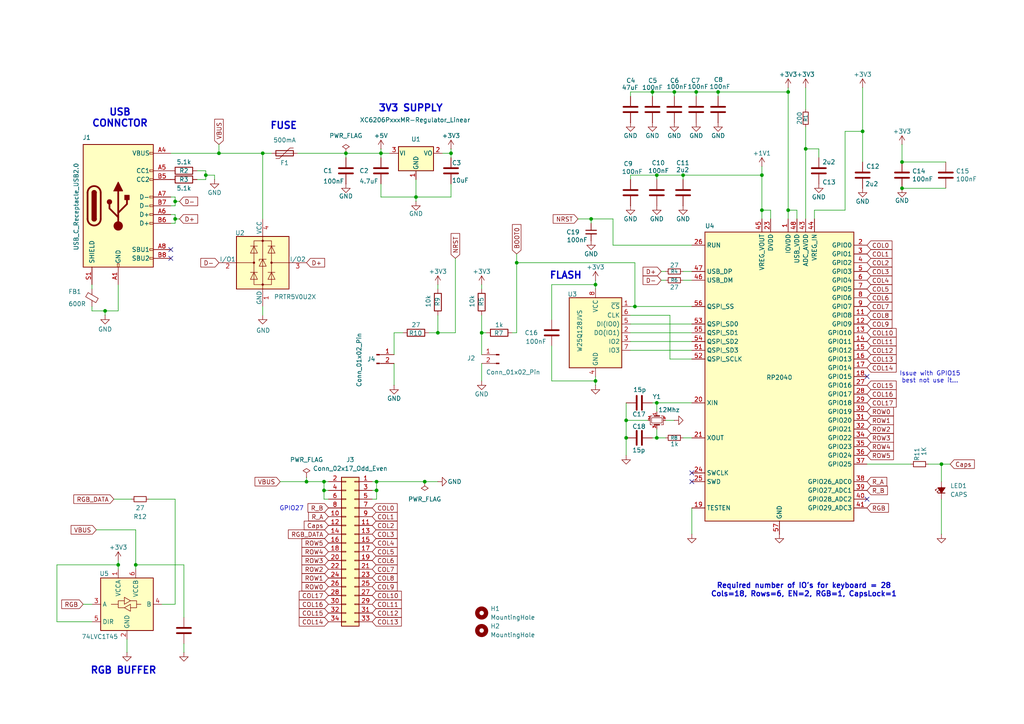
<source format=kicad_sch>
(kicad_sch (version 20231120) (generator "eeschema") (generator_version "8.0")
  (paper "A4")
  (title_block (title "RP2040 Module 34 Board Rev 2.0c") (date "2025-02-20") (rev "2.0") (company "Michael O'Toole"))
  (junction (at 172.72 82.55))
  (junction (at 39.37 163.83))
  (junction (at 273.05 134.62))
  (junction (at 50.8 63.5))
  (junction (at 109.22 139.7))
  (junction (at 228.6 60.96))
  (junction (at 110.49 44.45))
  (junction (at 261.62 54.61))
  (junction (at 172.72 110.49))
  (junction (at 181.61 121.92))
  (junction (at 171.45 63.5))
  (junction (at 190.5 50.8))
  (junction (at 109.22 142.24))
  (junction (at 149.86 76.2))
  (junction (at 130.81 44.45))
  (junction (at 127 96.52))
  (junction (at 195.58 26.67))
  (junction (at 250.19 38.1))
  (junction (at 30.48 90.17))
  (junction (at 181.61 127))
  (junction (at 76.2 44.45))
  (junction (at 261.62 46.99))
  (junction (at 198.12 50.8))
  (junction (at 208.28 26.67))
  (junction (at 201.93 26.67))
  (junction (at 189.23 26.67))
  (junction (at 50.8 58.42))
  (junction (at 63.5 44.45))
  (junction (at 220.98 60.96))
  (junction (at 220.98 50.8))
  (junction (at 228.6 26.67))
  (junction (at 123.19 139.7))
  (junction (at 34.29 163.83))
  (junction (at 233.68 43.18))
  (junction (at 184.15 88.9))
  (junction (at 190.5 127))
  (junction (at 100.33 44.45))
  (junction (at 120.65 57.15))
  (junction (at 190.5 116.84))
  (junction (at 139.7 96.52))
  (junction (at 93.98 142.24))
  (junction (at 59.69 50.8))
  (junction (at 93.98 139.7))
  (junction (at 88.9 139.7))
  (no_connect (at 200.66 139.7))
  (no_connect (at 49.53 74.93))
  (no_connect (at 251.46 144.78))
  (no_connect (at 251.46 109.22))
  (no_connect (at 49.53 72.39))
  (no_connect (at 200.66 137.16))
  (wire (pts (xy 198.12 50.8) (xy 220.98 50.8)))
  (wire (pts (xy 110.49 44.45) (xy 113.03 44.45)))
  (wire (pts (xy 201.93 26.67) (xy 201.93 27.94)))
  (wire (pts (xy 95.25 144.78) (xy 93.98 144.78)))
  (wire (pts (xy 123.19 139.7) (xy 109.22 139.7)))
  (wire (pts (xy 34.29 162.56) (xy 34.29 163.83)))
  (wire (pts (xy 120.65 57.15) (xy 120.65 58.42)))
  (wire (pts (xy 190.5 119.38) (xy 190.5 116.84)))
  (wire (pts (xy 49.53 59.69) (xy 50.8 59.69)))
  (wire (pts (xy 127 91.44) (xy 127 96.52)))
  (wire (pts (xy 191.77 81.28) (xy 193.04 81.28)))
  (wire (pts (xy 182.88 96.52) (xy 200.66 96.52)))
  (wire (pts (xy 181.61 127) (xy 181.61 121.92)))
  (wire (pts (xy 233.68 25.4) (xy 233.68 31.75)))
  (wire (pts (xy 62.23 50.8) (xy 62.23 52.07)))
  (wire (pts (xy 50.8 62.23) (xy 50.8 63.5)))
  (wire (pts (xy 269.24 134.62) (xy 273.05 134.62)))
  (wire (pts (xy 233.68 63.5) (xy 233.68 43.18)))
  (wire (pts (xy 220.98 63.5) (xy 220.98 60.96)))
  (wire (pts (xy 120.65 57.15) (xy 130.81 57.15)))
  (wire (pts (xy 237.49 43.18) (xy 237.49 45.72)))
  (wire (pts (xy 50.8 144.78) (xy 50.8 175.26)))
  (wire (pts (xy 228.6 26.67) (xy 228.6 60.96)))
  (wire (pts (xy 200.66 147.32) (xy 200.66 154.94)))
  (wire (pts (xy 120.65 52.07) (xy 120.65 57.15)))
  (wire (pts (xy 160.02 100.33) (xy 160.02 110.49)))
  (wire (pts (xy 201.93 26.67) (xy 208.28 26.67)))
  (wire (pts (xy 114.3 96.52) (xy 116.84 96.52)))
  (wire (pts (xy 194.31 91.44) (xy 194.31 104.14)))
  (wire (pts (xy 30.48 90.17) (xy 34.29 90.17)))
  (wire (pts (xy 53.34 163.83) (xy 53.34 179.07)))
  (wire (pts (xy 34.29 90.17) (xy 34.29 82.55)))
  (wire (pts (xy 50.8 64.77) (xy 50.8 63.5)))
  (wire (pts (xy 273.05 134.62) (xy 275.59 134.62)))
  (wire (pts (xy 38.1 144.78) (xy 33.02 144.78)))
  (wire (pts (xy 149.86 76.2) (xy 184.15 76.2)))
  (wire (pts (xy 193.04 121.92) (xy 195.58 121.92)))
  (wire (pts (xy 59.69 50.8) (xy 62.23 50.8)))
  (wire (pts (xy 220.98 50.8) (xy 220.98 60.96)))
  (wire (pts (xy 59.69 50.8) (xy 59.69 49.53)))
  (wire (pts (xy 149.86 76.2) (xy 149.86 96.52)))
  (wire (pts (xy 127 139.7) (xy 123.19 139.7)))
  (wire (pts (xy 233.68 36.83) (xy 233.68 43.18)))
  (wire (pts (xy 130.81 53.34) (xy 130.81 57.15)))
  (wire (pts (xy 110.49 57.15) (xy 120.65 57.15)))
  (wire (pts (xy 109.22 144.78) (xy 109.22 142.24)))
  (wire (pts (xy 177.8 71.12) (xy 177.8 63.5)))
  (wire (pts (xy 181.61 127) (xy 181.61 132.08)))
  (wire (pts (xy 233.68 43.18) (xy 237.49 43.18)))
  (wire (pts (xy 208.28 26.67) (xy 228.6 26.67)))
  (wire (pts (xy 160.02 110.49) (xy 172.72 110.49)))
  (wire (pts (xy 208.28 26.67) (xy 208.28 27.94)))
  (wire (pts (xy 76.2 91.44) (xy 76.2 88.9)))
  (wire (pts (xy 93.98 142.24) (xy 93.98 144.78)))
  (wire (pts (xy 39.37 163.83) (xy 53.34 163.83)))
  (wire (pts (xy 190.5 50.8) (xy 190.5 52.07)))
  (wire (pts (xy 50.8 58.42) (xy 50.8 59.69)))
  (wire (pts (xy 139.7 91.44) (xy 139.7 96.52)))
  (wire (pts (xy 189.23 26.67) (xy 189.23 27.94)))
  (wire (pts (xy 110.49 44.45) (xy 110.49 45.72)))
  (wire (pts (xy 171.45 63.5) (xy 167.64 63.5)))
  (wire (pts (xy 27.94 153.67) (xy 39.37 153.67)))
  (wire (pts (xy 181.61 121.92) (xy 187.96 121.92)))
  (wire (pts (xy 139.7 105.41) (xy 139.7 110.49)))
  (wire (pts (xy 223.52 63.5) (xy 223.52 60.96)))
  (wire (pts (xy 49.53 44.45) (xy 63.5 44.45)))
  (wire (pts (xy 114.3 102.87) (xy 114.3 96.52)))
  (wire (pts (xy 190.5 127) (xy 193.04 127)))
  (wire (pts (xy 50.8 58.42) (xy 52.07 58.42)))
  (wire (pts (xy 63.5 44.45) (xy 76.2 44.45)))
  (wire (pts (xy 63.5 41.91) (xy 63.5 44.45)))
  (wire (pts (xy 184.15 88.9) (xy 184.15 76.2)))
  (wire (pts (xy 26.67 90.17) (xy 30.48 90.17)))
  (wire (pts (xy 88.9 138.43) (xy 88.9 139.7)))
  (wire (pts (xy 190.5 116.84) (xy 200.66 116.84)))
  (wire (pts (xy 245.11 60.96) (xy 236.22 60.96)))
  (wire (pts (xy 236.22 63.5) (xy 236.22 60.96)))
  (wire (pts (xy 182.88 91.44) (xy 194.31 91.44)))
  (wire (pts (xy 171.45 63.5) (xy 171.45 64.77)))
  (wire (pts (xy 261.62 41.91) (xy 261.62 46.99)))
  (wire (pts (xy 231.14 63.5) (xy 231.14 60.96)))
  (wire (pts (xy 194.31 104.14) (xy 200.66 104.14)))
  (wire (pts (xy 172.72 81.28) (xy 172.72 82.55)))
  (wire (pts (xy 43.18 144.78) (xy 50.8 144.78)))
  (wire (pts (xy 228.6 60.96) (xy 228.6 63.5)))
  (wire (pts (xy 220.98 48.26) (xy 220.98 50.8)))
  (wire (pts (xy 198.12 81.28) (xy 200.66 81.28)))
  (wire (pts (xy 172.72 110.49) (xy 172.72 109.22)))
  (wire (pts (xy 245.11 38.1) (xy 245.11 60.96)))
  (wire (pts (xy 107.95 142.24) (xy 109.22 142.24)))
  (wire (pts (xy 30.48 90.17) (xy 30.48 91.44)))
  (wire (pts (xy 182.88 52.07) (xy 182.88 50.8)))
  (wire (pts (xy 93.98 142.24) (xy 93.98 139.7)))
  (wire (pts (xy 100.33 44.45) (xy 110.49 44.45)))
  (wire (pts (xy 95.25 142.24) (xy 93.98 142.24)))
  (wire (pts (xy 190.5 127) (xy 189.23 127)))
  (wire (pts (xy 182.88 93.98) (xy 200.66 93.98)))
  (wire (pts (xy 24.13 175.26) (xy 26.67 175.26)))
  (wire (pts (xy 57.15 52.07) (xy 59.69 52.07)))
  (wire (pts (xy 182.88 50.8) (xy 190.5 50.8)))
  (wire (pts (xy 139.7 96.52) (xy 140.97 96.52)))
  (wire (pts (xy 231.14 60.96) (xy 228.6 60.96)))
  (wire (pts (xy 36.83 189.23) (xy 36.83 185.42)))
  (wire (pts (xy 88.9 139.7) (xy 93.98 139.7)))
  (wire (pts (xy 228.6 25.4) (xy 228.6 26.67)))
  (wire (pts (xy 223.52 60.96) (xy 220.98 60.96)))
  (wire (pts (xy 181.61 121.92) (xy 181.61 116.84)))
  (wire (pts (xy 39.37 163.83) (xy 39.37 165.1)))
  (wire (pts (xy 273.05 134.62) (xy 273.05 139.7)))
  (wire (pts (xy 49.53 57.15) (xy 50.8 57.15)))
  (wire (pts (xy 26.67 82.55) (xy 26.67 83.82)))
  (wire (pts (xy 195.58 26.67) (xy 201.93 26.67)))
  (wire (pts (xy 250.19 25.4) (xy 250.19 38.1)))
  (wire (pts (xy 184.15 88.9) (xy 200.66 88.9)))
  (wire (pts (xy 86.36 44.45) (xy 100.33 44.45)))
  (wire (pts (xy 109.22 139.7) (xy 109.22 142.24)))
  (wire (pts (xy 53.34 186.69) (xy 53.34 189.23)))
  (wire (pts (xy 57.15 49.53) (xy 59.69 49.53)))
  (wire (pts (xy 195.58 26.67) (xy 195.58 27.94)))
  (wire (pts (xy 26.67 180.34) (xy 16.51 180.34)))
  (wire (pts (xy 190.5 50.8) (xy 198.12 50.8)))
  (wire (pts (xy 149.86 73.66) (xy 149.86 76.2)))
  (wire (pts (xy 250.19 38.1) (xy 250.19 46.99)))
  (wire (pts (xy 132.08 74.93) (xy 132.08 96.52)))
  (wire (pts (xy 172.72 111.76) (xy 172.72 110.49)))
  (wire (pts (xy 273.05 144.78) (xy 273.05 154.94)))
  (wire (pts (xy 148.59 96.52) (xy 149.86 96.52)))
  (wire (pts (xy 189.23 26.67) (xy 195.58 26.67)))
  (wire (pts (xy 110.49 53.34) (xy 110.49 57.15)))
  (wire (pts (xy 127 82.55) (xy 127 83.82)))
  (wire (pts (xy 76.2 44.45) (xy 76.2 63.5)))
  (wire (pts (xy 182.88 99.06) (xy 200.66 99.06)))
  (wire (pts (xy 172.72 82.55) (xy 172.72 83.82)))
  (wire (pts (xy 261.62 54.61) (xy 274.32 54.61)))
  (wire (pts (xy 49.53 62.23) (xy 50.8 62.23)))
  (wire (pts (xy 251.46 134.62) (xy 264.16 134.62)))
  (wire (pts (xy 190.5 127) (xy 190.5 124.46)))
  (wire (pts (xy 130.81 43.18) (xy 130.81 44.45)))
  (wire (pts (xy 172.72 82.55) (xy 160.02 82.55)))
  (wire (pts (xy 50.8 57.15) (xy 50.8 58.42)))
  (wire (pts (xy 261.62 46.99) (xy 274.32 46.99)))
  (wire (pts (xy 198.12 50.8) (xy 198.12 52.07)))
  (wire (pts (xy 34.29 163.83) (xy 34.29 165.1)))
  (wire (pts (xy 59.69 52.07) (xy 59.69 50.8)))
  (wire (pts (xy 107.95 144.78) (xy 109.22 144.78)))
  (wire (pts (xy 139.7 96.52) (xy 139.7 102.87)))
  (wire (pts (xy 110.49 43.18) (xy 110.49 44.45)))
  (wire (pts (xy 50.8 63.5) (xy 52.07 63.5)))
  (wire (pts (xy 198.12 78.74) (xy 200.66 78.74)))
  (wire (pts (xy 139.7 82.55) (xy 139.7 83.82)))
  (wire (pts (xy 177.8 71.12) (xy 200.66 71.12)))
  (wire (pts (xy 245.11 38.1) (xy 250.19 38.1)))
  (wire (pts (xy 76.2 44.45) (xy 78.74 44.45)))
  (wire (pts (xy 16.51 180.34) (xy 16.51 163.83)))
  (wire (pts (xy 81.28 139.7) (xy 88.9 139.7)))
  (wire (pts (xy 93.98 139.7) (xy 95.25 139.7)))
  (wire (pts (xy 39.37 153.67) (xy 39.37 163.83)))
  (wire (pts (xy 114.3 105.41) (xy 114.3 111.76)))
  (wire (pts (xy 198.12 127) (xy 200.66 127)))
  (wire (pts (xy 26.67 88.9) (xy 26.67 90.17)))
  (wire (pts (xy 124.46 96.52) (xy 127 96.52)))
  (wire (pts (xy 191.77 78.74) (xy 193.04 78.74)))
  (wire (pts (xy 49.53 64.77) (xy 50.8 64.77)))
  (wire (pts (xy 128.27 44.45) (xy 130.81 44.45)))
  (wire (pts (xy 182.88 26.67) (xy 189.23 26.67)))
  (wire (pts (xy 100.33 44.45) (xy 100.33 45.72)))
  (wire (pts (xy 190.5 116.84) (xy 189.23 116.84)))
  (wire (pts (xy 130.81 44.45) (xy 130.81 45.72)))
  (wire (pts (xy 177.8 63.5) (xy 171.45 63.5)))
  (wire (pts (xy 16.51 163.83) (xy 34.29 163.83)))
  (wire (pts (xy 182.88 27.94) (xy 182.88 26.67)))
  (wire (pts (xy 160.02 82.55) (xy 160.02 92.71)))
  (wire (pts (xy 109.22 139.7) (xy 107.95 139.7)))
  (wire (pts (xy 182.88 88.9) (xy 184.15 88.9)))
  (wire (pts (xy 127 96.52) (xy 132.08 96.52)))
  (wire (pts (xy 182.88 101.6) (xy 200.66 101.6)))
  (wire (pts (xy 46.99 175.26) (xy 50.8 175.26)))
  (text "USB\nCONNCTOR" (at 34.798 34.29 0) (effects (font (size 2 2) (thickness 0.4) (bold yes))))
  (text "RGB BUFFER" (at 35.814 194.564 0) (effects (font (size 2 2) (thickness 0.4) (bold yes))))
  (text "GPIO27" (at 84.582 147.574 0) (effects (font (size 1.27 1.27))))
  (text "FLASH" (at 164.084 80.01 0) (effects (font (size 2 2) (thickness 0.4) (bold yes))))
  (text "3V3 SUPPLY" (at 119.126 31.496 0) (effects (font (size 2 2) (thickness 0.4) (bold yes))))
  (text "FUSE" (at 82.296 36.576 0) (effects (font (size 2 2) (thickness 0.4) (bold yes))))
  (text "Issue with GPIO15\nbest not use it..." (at 269.748 109.474 0) (effects (font (size 1.27 1.27))))
  (text "Required number of IO's for keyboard = 28\nCols=18, Rows=6, EN=2, RGB=1, CapsLock=1" (at 233.172 171.196 0) (effects (font (size 1.5 1.5) (thickness 0.3) (bold yes))))
  (global_label "NRST" (shape input) (at 167.64 63.5 180) (property "Intersheetrefs" "${INTERSHEET_REFS}" (effects (hide yes))))
  (global_label "RGB_DATA" (shape input) (at 33.02 144.78 180) (property "Intersheetrefs" "${INTERSHEET_REFS}" (effects (hide yes))))
  (global_label "RGB" (shape input) (at 24.13 175.26 180) (property "Intersheetrefs" "${INTERSHEET_REFS}" (effects (hide yes))))
  (global_label "COL8" (shape input) (at 251.46 91.44 0) (property "Intersheetrefs" "${INTERSHEET_REFS}" (effects (hide yes))))
  (global_label "R_A" (shape input) (at 251.46 139.7 0) (property "Intersheetrefs" "${INTERSHEET_REFS}" (effects (hide yes))))
  (global_label "ROW4" (shape input) (at 251.46 129.54 0) (property "Intersheetrefs" "${INTERSHEET_REFS}" (effects (hide yes))))
  (global_label "ROW1" (shape input) (at 251.46 121.92 0) (property "Intersheetrefs" "${INTERSHEET_REFS}" (effects (hide yes))))
  (global_label "COL1" (shape input) (at 251.46 73.66 0) (property "Intersheetrefs" "${INTERSHEET_REFS}" (effects (hide yes))))
  (global_label "COL4" (shape input) (at 107.95 157.48 0) (property "Intersheetrefs" "${INTERSHEET_REFS}" (effects (hide yes))))
  (global_label "COL9" (shape input) (at 251.46 93.98 0) (property "Intersheetrefs" "${INTERSHEET_REFS}" (effects (hide yes))))
  (global_label "R_B" (shape input) (at 251.46 142.24 0) (property "Intersheetrefs" "${INTERSHEET_REFS}" (effects (hide yes))))
  (global_label "ROW5" (shape input) (at 251.46 132.08 0) (property "Intersheetrefs" "${INTERSHEET_REFS}" (effects (hide yes))))
  (global_label "R_B" (shape input) (at 95.25 147.32 180) (property "Intersheetrefs" "${INTERSHEET_REFS}" (effects (hide yes))))
  (global_label "ROW0" (shape input) (at 95.25 170.18 180) (property "Intersheetrefs" "${INTERSHEET_REFS}" (effects (hide yes))))
  (global_label "VBUS" (shape input) (at 63.5 41.91 90) (property "Intersheetrefs" "${INTERSHEET_REFS}" (effects (hide yes))))
  (global_label "COL5" (shape input) (at 107.95 160.02 0) (property "Intersheetrefs" "${INTERSHEET_REFS}" (effects (hide yes))))
  (global_label "D-" (shape input) (at 191.77 81.28 180) (property "Intersheetrefs" "${INTERSHEET_REFS}" (effects (hide yes))))
  (global_label "D+" (shape input) (at 191.77 78.74 180) (property "Intersheetrefs" "${INTERSHEET_REFS}" (effects (hide yes))))
  (global_label "COL16" (shape input) (at 95.25 175.26 180) (property "Intersheetrefs" "${INTERSHEET_REFS}" (effects (hide yes))))
  (global_label "ROW3" (shape input) (at 251.46 127 0) (property "Intersheetrefs" "${INTERSHEET_REFS}" (effects (hide yes))))
  (global_label "R_A" (shape input) (at 95.25 149.86 180) (property "Intersheetrefs" "${INTERSHEET_REFS}" (effects (hide yes))))
  (global_label "COL14" (shape input) (at 251.46 106.68 0) (property "Intersheetrefs" "${INTERSHEET_REFS}" (effects (hide yes))))
  (global_label "D+" (shape input) (at 52.07 63.5 0) (property "Intersheetrefs" "${INTERSHEET_REFS}" (effects (hide yes))))
  (global_label "ROW1" (shape input) (at 95.25 167.64 180) (property "Intersheetrefs" "${INTERSHEET_REFS}" (effects (hide yes))))
  (global_label "NRST" (shape input) (at 132.08 74.93 90) (property "Intersheetrefs" "${INTERSHEET_REFS}" (effects (hide yes))))
  (global_label "COL13" (shape input) (at 107.95 180.34 0) (property "Intersheetrefs" "${INTERSHEET_REFS}" (effects (hide yes))))
  (global_label "ROW2" (shape input) (at 95.25 165.1 180) (property "Intersheetrefs" "${INTERSHEET_REFS}" (effects (hide yes))))
  (global_label "ROW0" (shape input) (at 251.46 119.38 0) (property "Intersheetrefs" "${INTERSHEET_REFS}" (effects (hide yes))))
  (global_label "ROW5" (shape input) (at 95.25 157.48 180) (property "Intersheetrefs" "${INTERSHEET_REFS}" (effects (hide yes))))
  (global_label "VBUS" (shape input) (at 27.94 153.67 180) (property "Intersheetrefs" "${INTERSHEET_REFS}" (effects (hide yes))))
  (global_label "BOOT0" (shape input) (at 149.86 73.66 90) (property "Intersheetrefs" "${INTERSHEET_REFS}" (effects (hide yes))))
  (global_label "COL6" (shape input) (at 251.46 86.36 0) (property "Intersheetrefs" "${INTERSHEET_REFS}" (effects (hide yes))))
  (global_label "COL7" (shape input) (at 107.95 165.1 0) (property "Intersheetrefs" "${INTERSHEET_REFS}" (effects (hide yes))))
  (global_label "COL10" (shape input) (at 107.95 172.72 0) (property "Intersheetrefs" "${INTERSHEET_REFS}" (effects (hide yes))))
  (global_label "COL16" (shape input) (at 251.46 114.3 0) (property "Intersheetrefs" "${INTERSHEET_REFS}" (effects (hide yes))))
  (global_label "COL13" (shape input) (at 251.46 104.14 0) (property "Intersheetrefs" "${INTERSHEET_REFS}" (effects (hide yes))))
  (global_label "COL11" (shape input) (at 251.46 99.06 0) (property "Intersheetrefs" "${INTERSHEET_REFS}" (effects (hide yes))))
  (global_label "ROW3" (shape input) (at 95.25 162.56 180) (property "Intersheetrefs" "${INTERSHEET_REFS}" (effects (hide yes))))
  (global_label "COL2" (shape input) (at 107.95 152.4 0) (property "Intersheetrefs" "${INTERSHEET_REFS}" (effects (hide yes))))
  (global_label "COL11" (shape input) (at 107.95 175.26 0) (property "Intersheetrefs" "${INTERSHEET_REFS}" (effects (hide yes))))
  (global_label "COL0" (shape input) (at 251.46 71.12 0) (property "Intersheetrefs" "${INTERSHEET_REFS}" (effects (hide yes))))
  (global_label "RGB_DATA" (shape input) (at 95.25 154.94 180) (property "Intersheetrefs" "${INTERSHEET_REFS}" (effects (hide yes))))
  (global_label "COL3" (shape input) (at 251.46 78.74 0) (property "Intersheetrefs" "${INTERSHEET_REFS}" (effects (hide yes))))
  (global_label "COL5" (shape input) (at 251.46 83.82 0) (property "Intersheetrefs" "${INTERSHEET_REFS}" (effects (hide yes))))
  (global_label "COL8" (shape input) (at 107.95 167.64 0) (property "Intersheetrefs" "${INTERSHEET_REFS}" (effects (hide yes))))
  (global_label "COL2" (shape input) (at 251.46 76.2 0) (property "Intersheetrefs" "${INTERSHEET_REFS}" (effects (hide yes))))
  (global_label "VBUS" (shape input) (at 81.28 139.7 180) (property "Intersheetrefs" "${INTERSHEET_REFS}" (effects (hide yes))))
  (global_label "D+" (shape input) (at 88.9 76.2 0) (property "Intersheetrefs" "${INTERSHEET_REFS}" (effects (hide yes))))
  (global_label "Caps" (shape input) (at 95.25 152.4 180) (property "Intersheetrefs" "${INTERSHEET_REFS}" (effects (hide yes))))
  (global_label "ROW4" (shape input) (at 95.25 160.02 180) (property "Intersheetrefs" "${INTERSHEET_REFS}" (effects (hide yes))))
  (global_label "COL9" (shape input) (at 107.95 170.18 0) (property "Intersheetrefs" "${INTERSHEET_REFS}" (effects (hide yes))))
  (global_label "COL4" (shape input) (at 251.46 81.28 0) (property "Intersheetrefs" "${INTERSHEET_REFS}" (effects (hide yes))))
  (global_label "COL1" (shape input) (at 107.95 149.86 0) (property "Intersheetrefs" "${INTERSHEET_REFS}" (effects (hide yes))))
  (global_label "COL12" (shape input) (at 107.95 177.8 0) (property "Intersheetrefs" "${INTERSHEET_REFS}" (effects (hide yes))))
  (global_label "COL15" (shape input) (at 251.46 111.76 0) (property "Intersheetrefs" "${INTERSHEET_REFS}" (effects (hide yes))))
  (global_label "COL17" (shape input) (at 95.25 172.72 180) (property "Intersheetrefs" "${INTERSHEET_REFS}" (effects (hide yes))))
  (global_label "COL3" (shape input) (at 107.95 154.94 0) (property "Intersheetrefs" "${INTERSHEET_REFS}" (effects (hide yes))))
  (global_label "COL17" (shape input) (at 251.46 116.84 0) (property "Intersheetrefs" "${INTERSHEET_REFS}" (effects (hide yes))))
  (global_label "COL14" (shape input) (at 95.25 180.34 180) (property "Intersheetrefs" "${INTERSHEET_REFS}" (effects (hide yes))))
  (global_label "COL10" (shape input) (at 251.46 96.52 0) (property "Intersheetrefs" "${INTERSHEET_REFS}" (effects (hide yes))))
  (global_label "COL15" (shape input) (at 95.25 177.8 180) (property "Intersheetrefs" "${INTERSHEET_REFS}" (effects (hide yes))))
  (global_label "D-" (shape input) (at 52.07 58.42 0) (property "Intersheetrefs" "${INTERSHEET_REFS}" (effects (hide yes))))
  (global_label "RGB" (shape input) (at 251.46 147.32 0) (property "Intersheetrefs" "${INTERSHEET_REFS}" (effects (hide yes))))
  (global_label "COL12" (shape input) (at 251.46 101.6 0) (property "Intersheetrefs" "${INTERSHEET_REFS}" (effects (hide yes))))
  (global_label "COL6" (shape input) (at 107.95 162.56 0) (property "Intersheetrefs" "${INTERSHEET_REFS}" (effects (hide yes))))
  (global_label "D-" (shape input) (at 63.5 76.2 180) (property "Intersheetrefs" "${INTERSHEET_REFS}" (effects (hide yes))))
  (global_label "Caps" (shape input) (at 275.59 134.62 0) (property "Intersheetrefs" "${INTERSHEET_REFS}" (effects (hide yes))))
  (global_label "COL7" (shape input) (at 251.46 88.9 0) (property "Intersheetrefs" "${INTERSHEET_REFS}" (effects (hide yes))))
  (global_label "COL0" (shape input) (at 107.95 147.32 0) (property "Intersheetrefs" "${INTERSHEET_REFS}" (effects (hide yes))))
  (global_label "ROW2" (shape input) (at 251.46 124.46 0) (property "Intersheetrefs" "${INTERSHEET_REFS}" (effects (hide yes))))
  (symbol (lib_id "Device:R_Small") (at 266.7 134.62 90) (mirror x) (unit 1)
    (property "Reference" "R11" (at 265.938 129.794 0) (effects (justify left)))
    (property "Value" "1K" (at 267.97 129.54 0) (effects (justify left)))
    (property "Footprint" "Resistor_SMD:R_0402_1005Metric" (effects (hide yes)))
    (property "Description" "Resistor, small symbol" (effects (hide yes)))
  )
  (symbol (lib_id "Logic_LevelTranslator:SN74LVC1T45DRL") (at 36.83 175.26 0) (unit 1)
    (property "Reference" "U5" (at 30.226 166.37 0))
    (property "Value" "74LVC1T45" (at 28.956 184.658 0))
    (property "Footprint" "SOT:SOT-26" (effects (hide yes)))
    (property "Description" "1.65V~5.5V 1 1 1.65V~5.5V SOT-26 Translators, Level Shifters ROHS" (effects (hide yes)))
    (property "MPN " "74LVC1T45W6-7" (effects (hide yes)))
    (property "JLCPCB_CORRECTION" "0; 0; 270" (effects (hide yes)))
    (property "LCSC" "C168856" (effects (hide yes)))
  )
  (symbol (lib_id "Device:C") (at 182.88 55.88 0) (unit 1)
    (property "Reference" "C9" (at 180.848 47.498 0) (effects (justify left)))
    (property "Value" "100nF" (at 180.34 49.784 0) (effects (justify left)))
    (property "Footprint" "Capacitor_SMD:C_0402_1005Metric" (effects (hide yes)))
    (property "LCSC" "C307331" (effects (hide yes)))
  )
  (symbol (lib_id "Device:C") (at 201.93 31.75 0) (unit 1)
    (property "Reference" "C7" (at 200.406 23.368 0) (effects (justify left)))
    (property "Value" "100nF" (at 199.39 25.146 0) (effects (justify left)))
    (property "Footprint" "Capacitor_SMD:C_0402_1005Metric" (effects (hide yes)))
    (property "LCSC" "C307331" (effects (hide yes)))
  )
  (symbol (lib_id "Device:Crystal_GND24_Small") (at 190.5 121.92 270) (unit 1)
    (property "Reference" "Y1" (at 190.5 115.062 90))
    (property "Value" "12Mhz" (at 194.056 118.872 90))
    (property "Footprint" "Crystal:Crystal_SMD_3225-4Pin_3.2x2.5mm" (effects (hide yes)))
    (property "Description" "Four pin crystal, GND on pins 2 and 4, small symbol" (effects (hide yes)))
    (property "LCSC" "C20625731" (effects (hide yes)))
    (property "MFP#" "ABM8-272-T3" (effects (hide yes)))
  )
  (symbol (lib_id "Device:C") (at 53.34 182.88 0) (unit 1)
    (property "Reference" "C20" (effects (hide yes)))
    (property "Value" "100nF" (effects (hide yes)))
    (property "Footprint" "Capacitor_SMD:C_0402_1005Metric" (effects (hide yes)))
    (property "LCSC" "C307331" (effects (hide yes)))
  )
  (symbol (lib_id "power:GND") (at 250.19 54.61 0) (unit 1)
    (property "Reference" "#PWR017" (effects (hide yes)))
    (property "Value" "GND" (at 250.19 58.42 0))
    (property "Description" "Power symbol creates a global label with name \"GND\" , ground" (effects (hide yes)))
  )
  (symbol (lib_id "Mechanical:MountingHole") (at 139.7 182.88 0) (unit 1) (exclude_from_sim yes) (in_bom no)
    (property "Reference" "H2" (at 142.24 181.6099 0) (effects (justify left)))
    (property "Value" "MountingHole" (at 142.24 184.1499 0) (effects (justify left)))
    (property "Footprint" "MountingHole:MountingHole_2.2mm_M2" (effects (hide yes)))
    (property "Description" "Mounting Hole without connection" (effects (hide yes)))
  )
  (symbol (lib_id "power:+3V3") (at 34.29 162.56 0) (unit 1)
    (property "Reference" "#PWR031" (effects (hide yes)))
    (property "Value" "+3V3" (at 34.29 158.75 0))
    (property "Description" "Power symbol creates a global label with name \"+3V3\"" (effects (hide yes)))
  )
  (symbol (lib_id "power:GND") (at 139.7 110.49 0) (unit 1)
    (property "Reference" "#PWR025" (effects (hide yes)))
    (property "Value" "GND" (at 139.7 114.3 0))
    (property "Description" "Power symbol creates a global label with name \"GND\" , ground" (effects (hide yes)))
  )
  (symbol (lib_id "power:GND") (at 100.33 53.34 0) (unit 1)
    (property "Reference" "#PWR08" (effects (hide yes)))
    (property "Value" "GND" (at 100.33 56.896 0))
    (property "Description" "Power symbol creates a global label with name \"GND\" , ground" (effects (hide yes)))
  )
  (symbol (lib_id "Mechanical:MountingHole") (at 139.7 177.8 0) (unit 1) (exclude_from_sim yes) (in_bom no)
    (property "Reference" "H1" (at 142.24 176.5299 0) (effects (justify left)))
    (property "Value" "MountingHole" (at 142.24 179.0699 0) (effects (justify left)))
    (property "Footprint" "MountingHole:MountingHole_2.2mm_M2" (effects (hide yes)))
    (property "Description" "Mounting Hole without connection" (effects (hide yes)))
  )
  (symbol (lib_id "Device:R_Small") (at 195.58 78.74 90) (mirror x) (unit 1)
    (property "Reference" "R4" (at 195.58 78.74 90) (effects (font (size 1 1))))
    (property "Value" "27" (at 195.58 76.962 90))
    (property "Footprint" "Resistor_SMD:R_0402_1005Metric" (effects (hide yes)))
    (property "Description" "Resistor, small symbol" (effects (hide yes)))
  )
  (symbol (lib_id "power:+3V3") (at 127 82.55 0) (unit 1)
    (property "Reference" "#PWR028" (effects (hide yes)))
    (property "Value" "+3V3" (at 127 78.74 0))
    (property "Description" "Power symbol creates a global label with name \"+3V3\"" (effects (hide yes)))
  )
  (symbol (lib_id "power:GND") (at 76.2 91.44 0) (unit 1)
    (property "Reference" "#PWR023" (effects (hide yes)))
    (property "Value" "GND" (at 76.327 95.8342 0))
    (property "Description" "Power symbol creates a global label with name \"GND\" , ground" (effects (hide yes)))
  )
  (symbol (lib_id "Device:FerriteBead_Small") (at 26.67 86.36 0) (unit 1)
    (property "Reference" "FB1" (at 19.812 84.582 0) (effects (justify left)))
    (property "Value" "600R" (at 19.812 88.138 0) (effects (justify left)))
    (property "Footprint" "DevModules:BEADC1608X95N" (effects (hide yes)))
    (property "Description" "Ferrite bead, small symbol" (effects (hide yes)))
  )
  (symbol (lib_id "Device:R") (at 139.7 87.63 0) (unit 1)
    (property "Reference" "R5" (at 139.573 87.503 90))
    (property "Value" "10k" (at 136.906 87.376 90))
    (property "Footprint" "Resistor_SMD:R_0402_1005Metric" (effects (hide yes)))
  )
  (symbol (lib_id "power:+3V3") (at 130.81 43.18 0) (unit 1)
    (property "Reference" "#PWR05" (effects (hide yes)))
    (property "Value" "+3V3" (at 130.81 39.37 0))
    (property "Description" "Power symbol creates a global label with name \"+3V3\"" (effects (hide yes)))
  )
  (symbol (lib_id "Device:C") (at 110.49 49.53 0) (mirror y) (unit 1)
    (property "Reference" "C2" (at 106.934 49.53 0) (effects (justify left)))
    (property "Value" "4.7uF" (at 109.728 52.578 0) (effects (justify left)))
    (property "Footprint" "Capacitor_SMD:C_0805_2012Metric" (effects (hide yes)))
    (property "LCSC" "C307331" (effects (hide yes)))
  )
  (symbol (lib_id "power:GND") (at 200.66 154.94 0) (mirror y) (unit 1)
    (property "Reference" "#PWR033" (effects (hide yes)))
    (property "Value" "GND" (effects (hide yes)))
    (property "Description" "Power symbol creates a global label with name \"GND\" , ground" (effects (hide yes)))
  )
  (symbol (lib_id "kicad-keyboard-parts:XC6206PxxxMR-Regulator_Linear") (at 120.65 44.45 0) (unit 1)
    (property "Reference" "U1" (at 120.65 40.386 0))
    (property "Value" "XC6206PxxxMR-Regulator_Linear" (at 120.396 34.798 0))
    (property "Footprint" "Package_TO_SOT_SMD:SOT-23" (effects (hide yes)))
    (property "Datasheet" "https://www.torexsemi.com/file/xc6206/XC6206.pdf" (effects (hide yes)))
    (property "LCSC" "C5446" (effects (hide yes)))
  )
  (symbol (lib_id "Device:C") (at 190.5 55.88 0) (unit 1)
    (property "Reference" "C10" (at 188.976 47.244 0) (effects (justify left)))
    (property "Value" "100nF" (at 187.96 49.53 0) (effects (justify left)))
    (property "Footprint" "Capacitor_SMD:C_0402_1005Metric" (effects (hide yes)))
    (property "LCSC" "C307331" (effects (hide yes)))
  )
  (symbol (lib_id "power:PWR_FLAG") (at 123.19 139.7 180) (unit 1)
    (property "Reference" "#FLG03" (effects (hide yes)))
    (property "Value" "PWR_FLAG" (at 123.19 144.78 0))
    (property "Description" "Special symbol for telling ERC where power comes from" (effects (hide yes)))
  )
  (symbol (lib_id "Device:C") (at 195.58 31.75 0) (unit 1)
    (property "Reference" "C6" (at 194.31 23.368 0) (effects (justify left)))
    (property "Value" "100nF" (at 193.294 25.146 0) (effects (justify left)))
    (property "Footprint" "Capacitor_SMD:C_0402_1005Metric" (effects (hide yes)))
    (property "LCSC" "C307331" (effects (hide yes)))
  )
  (symbol (lib_id "power:GND") (at 181.61 132.08 0) (mirror y) (unit 1)
    (property "Reference" "#PWR029" (effects (hide yes)))
    (property "Value" "GND" (effects (hide yes)))
    (property "Description" "Power symbol creates a global label with name \"GND\" , ground" (effects (hide yes)))
  )
  (symbol (lib_id "power:GND") (at 114.3 111.76 0) (mirror y) (unit 1)
    (property "Reference" "#PWR038" (effects (hide yes)))
    (property "Value" "GND" (at 114.3 115.57 0))
    (property "Description" "Power symbol creates a global label with name \"GND\" , ground" (effects (hide yes)))
  )
  (symbol (lib_id "power:+3V3") (at 228.6 25.4 0) (unit 1)
    (property "Reference" "#PWR01" (effects (hide yes)))
    (property "Value" "+3V3" (at 228.6 21.59 0))
    (property "Description" "Power symbol creates a global label with name \"+3V3\"" (effects (hide yes)))
  )
  (symbol (lib_id "Memory_Flash:W25Q128JVS") (at 172.72 96.52 0) (mirror y) (unit 1)
    (property "Reference" "U3" (at 167.386 85.344 0) (effects (justify left)))
    (property "Value" "W25Q128JVS" (at 168.148 102.108 90) (effects (justify left)))
    (property "Footprint" "MyComponents:SOIC_128JVSIQ_WIN" (effects (hide yes)))
    (property "Datasheet" "https://www.winbond.com/resource-files/w25q128jv_dtr%20revc%2003272018%20plus.pdf" (effects (hide yes)))
    (property "Description" "128Mb Serial Flash Memory, Standard/Dual/Quad SPI, SOIC-8" (effects (hide yes)))
    (property "LCSC" "C97521" (effects (hide yes)))
    (property "Mfr. Part #" "W25Q128JVSIQ" (effects (hide yes)))
    (property "Package" "SOIC-8-208mil" (effects (hide yes)))
  )
  (symbol (lib_id "Device:C") (at 185.42 116.84 270) (mirror x) (unit 1)
    (property "Reference" "C17" (at 183.388 120.142 90) (effects (justify left)))
    (property "Value" "15p" (at 183.642 113.03 90) (effects (justify left)))
    (property "Footprint" "Capacitor_SMD:C_0402_1005Metric" (effects (hide yes)))
    (property "LCSC" "C307331" (effects (hide yes)))
  )
  (symbol (lib_id "Power_Protection:PRTR5V0U2X") (at 76.2 76.2 0) (unit 1)
    (property "Reference" "U2" (at 69.596 67.564 0))
    (property "Value" "PRTR5V0U2X" (at 85.598 86.106 0))
    (property "Footprint" "Package_TO_SOT_SMD:SOT-143" (effects (hide yes)))
    (property "Datasheet" "https://assets.nexperia.com/documents/data-sheet/PRTR5V0U2X.pdf" (effects (hide yes)))
    (property "LCSC" "C2827688" (effects (hide yes)))
    (property "JlcRotOffset" "90" (effects (hide yes)))
    (property "MFP#" "PRTR5V0U2X" (effects (hide yes)))
  )
  (symbol (lib_id "power:GND") (at 273.05 154.94 0) (mirror y) (unit 1)
    (property "Reference" "#PWR044" (effects (hide yes)))
    (property "Value" "GND" (effects (hide yes)))
    (property "Description" "Power symbol creates a global label with name \"GND\" , ground" (effects (hide yes)))
  )
  (symbol (lib_id "Device:R") (at 53.34 49.53 270) (unit 1)
    (property "Reference" "R2" (at 53.34 49.53 90))
    (property "Value" "5.1k" (at 53.34 46.99 90))
    (property "Footprint" "Resistor_SMD:R_0402_1005Metric" (effects (hide yes)))
  )
  (symbol (lib_id "power:GND") (at 237.49 53.34 0) (unit 1)
    (property "Reference" "#PWR018" (effects (hide yes)))
    (property "Value" "GND" (at 237.49 57.15 0))
    (property "Description" "Power symbol creates a global label with name \"GND\" , ground" (effects (hide yes)))
  )
  (symbol (lib_id "Connector:Conn_01x02_Pin") (at 109.22 102.87 0) (unit 1)
    (property "Reference" "J4" (at 107.696 104.14 0))
    (property "Value" "Conn_01x02_Pin" (at 104.14 104.394 90))
    (property "Footprint" "Connector_PinHeader_2.54mm:PinHeader_1x02_P2.54mm_Vertical" (effects (hide yes)))
    (property "Description" "Generic connector, single row, 01x02, script generated" (effects (hide yes)))
  )
  (symbol (lib_id "power:GND") (at 182.88 59.69 0) (unit 1)
    (property "Reference" "#PWR014" (effects (hide yes)))
    (property "Value" "GND" (at 182.88 63.5 0))
    (property "Description" "Power symbol creates a global label with name \"GND\" , ground" (effects (hide yes)))
  )
  (symbol (lib_id "Device:R") (at 120.65 96.52 90) (unit 1)
    (property "Reference" "R10" (at 120.523 96.647 90))
    (property "Value" "27" (at 120.65 94.234 90))
    (property "Footprint" "Resistor_SMD:R_0402_1005Metric" (effects (hide yes)))
  )
  (symbol (lib_id "power:+3V3") (at 261.62 41.91 0) (unit 1)
    (property "Reference" "#PWR06" (effects (hide yes)))
    (property "Value" "+3V3" (at 261.62 38.1 0))
    (property "Description" "Power symbol creates a global label with name \"+3V3\"" (effects (hide yes)))
  )
  (symbol (lib_id "power:GND") (at 195.58 35.56 0) (unit 1)
    (property "Reference" "#PWR011" (effects (hide yes)))
    (property "Value" "GND" (at 195.58 39.37 0))
    (property "Description" "Power symbol creates a global label with name \"GND\" , ground" (effects (hide yes)))
  )
  (symbol (lib_id "power:GND") (at 226.06 154.94 0) (mirror y) (unit 1)
    (property "Reference" "#PWR034" (effects (hide yes)))
    (property "Value" "GND" (effects (hide yes)))
    (property "Description" "Power symbol creates a global label with name \"GND\" , ground" (effects (hide yes)))
  )
  (symbol (lib_id "power:GND") (at 195.58 121.92 90) (mirror x) (unit 1)
    (property "Reference" "#PWR027" (effects (hide yes)))
    (property "Value" "GND" (effects (hide yes)))
    (property "Description" "Power symbol creates a global label with name \"GND\" , ground" (effects (hide yes)))
  )
  (symbol (lib_id "Device:R_Small") (at 233.68 34.29 0) (mirror x) (unit 1)
    (property "Reference" "R1" (at 233.68 34.29 90) (effects (font (size 1 1))))
    (property "Value" "200" (at 231.902 34.29 90))
    (property "Footprint" "Resistor_SMD:R_0402_1005Metric" (effects (hide yes)))
    (property "Description" "Resistor, small symbol" (effects (hide yes)))
  )
  (symbol (lib_id "Device:C") (at 208.28 31.75 0) (unit 1)
    (property "Reference" "C8" (at 207.01 23.114 0) (effects (justify left)))
    (property "Value" "100nF" (at 205.74 25.146 0) (effects (justify left)))
    (property "Footprint" "Capacitor_SMD:C_0402_1005Metric" (effects (hide yes)))
    (property "LCSC" "C307331" (effects (hide yes)))
  )
  (symbol (lib_id "power:+3V3") (at 172.72 81.28 0) (unit 1)
    (property "Reference" "#PWR022" (effects (hide yes)))
    (property "Value" "+3V3" (at 172.72 77.47 0))
    (property "Description" "Power symbol creates a global label with name \"+3V3\"" (effects (hide yes)))
  )
  (symbol (lib_id "power:GND") (at 208.28 35.56 0) (unit 1)
    (property "Reference" "#PWR013" (effects (hide yes)))
    (property "Value" "GND" (at 208.28 39.37 0))
    (property "Description" "Power symbol creates a global label with name \"GND\" , ground" (effects (hide yes)))
  )
  (symbol (lib_id "Device:R") (at 144.78 96.52 90) (unit 1)
    (property "Reference" "R7" (at 144.653 96.647 90))
    (property "Value" "1k" (at 144.78 94.234 90))
    (property "Footprint" "Resistor_SMD:R_0402_1005Metric" (effects (hide yes)))
  )
  (symbol (lib_id "Device:R_Small") (at 40.64 144.78 270) (mirror x) (unit 1)
    (property "Reference" "R12" (at 40.64 149.86 90))
    (property "Value" "27" (at 40.64 147.32 90))
    (property "Footprint" "Resistor_SMD:R_0402_1005Metric" (effects (hide yes)))
    (property "Description" "Resistor, small symbol" (effects (hide yes)))
    (property "LCSC" "C25100" (effects (hide yes)))
    (property "MP#" "0402WGF270JTCE" (effects (hide yes)))
  )
  (symbol (lib_id "power:GND") (at 261.62 54.61 0) (unit 1)
    (property "Reference" "#PWR019" (effects (hide yes)))
    (property "Value" "GND" (at 261.62 58.166 0))
    (property "Description" "Power symbol creates a global label with name \"GND\" , ground" (effects (hide yes)))
  )
  (symbol (lib_id "MCU_RaspberryPi:RP2040") (at 226.06 109.22 0) (unit 1)
    (property "Reference" "U4" (at 204.47 65.532 0) (effects (justify left)))
    (property "Value" "RP2040" (at 222.25 109.474 0) (effects (justify left)))
    (property "Footprint" "Package_DFN_QFN:QFN-56-1EP_7x7mm_P0.4mm_EP3.2x3.2mm" (effects (hide yes)))
    (property "Datasheet" "https://datasheets.raspberrypi.com/rp2040/rp2040-datasheet.pdf" (effects (hide yes)))
    (property "Description" "A microcontroller by Raspberry Pi" (effects (hide yes)))
    (property "LCSC" "C2040" (effects (hide yes)))
    (property "MFP#" "RP2040" (effects (hide yes)))
  )
  (symbol (lib_id "power:+3V3") (at 250.19 25.4 0) (unit 1)
    (property "Reference" "#PWR02" (effects (hide yes)))
    (property "Value" "+3V3" (at 250.19 21.59 0))
    (property "Description" "Power symbol creates a global label with name \"+3V3\"" (effects (hide yes)))
  )
  (symbol (lib_id "power:GND") (at 182.88 35.56 0) (unit 1)
    (property "Reference" "#PWR09" (effects (hide yes)))
    (property "Value" "GND" (at 182.88 39.37 0))
    (property "Description" "Power symbol creates a global label with name \"GND\" , ground" (effects (hide yes)))
  )
  (symbol (lib_id "power:GND") (at 198.12 59.69 0) (unit 1)
    (property "Reference" "#PWR016" (effects (hide yes)))
    (property "Value" "GND" (at 198.12 63.5 0))
    (property "Description" "Power symbol creates a global label with name \"GND\" , ground" (effects (hide yes)))
  )
  (symbol (lib_id "Device:C") (at 261.62 50.8 0) (unit 1)
    (property "Reference" "C14" (at 264.541 49.6316 0) (effects (justify left)))
    (property "Value" "100nF" (at 264.541 51.943 0) (effects (justify left)))
    (property "Footprint" "Capacitor_SMD:C_0402_1005Metric" (effects (hide yes)))
    (property "LCSC" "C307331" (effects (hide yes)))
  )
  (symbol (lib_id "Device:R") (at 53.34 52.07 90) (unit 1)
    (property "Reference" "R3" (at 53.34 52.07 90))
    (property "Value" "5.1k" (at 53.34 54.61 90))
    (property "Footprint" "Resistor_SMD:R_0402_1005Metric" (effects (hide yes)))
  )
  (symbol (lib_id "Device:LED_Small_Filled") (at 273.05 142.24 90) (unit 1)
    (property "Reference" "LED1" (at 275.59 140.9064 90) (effects (justify right)))
    (property "Value" "CAPS" (at 275.59 143.4464 90) (effects (justify right)))
    (property "Footprint" "LED_SMD:LED_0805_2012Metric" (effects (hide yes)))
    (property "Description" "Light emitting diode, small symbol, filled shape" (effects (hide yes)))
    (property "lscs" "C94613 or C108412" (effects (hide yes)))
    (property "mfpn" "17-21/BHC-AL2M2TY/3T or D-B080508B1-KS2" (effects (hide yes)))
  )
  (symbol (lib_id "Device:C") (at 160.02 96.52 0) (unit 1)
    (property "Reference" "C16" (at 152.146 96.52 0) (effects (justify left)))
    (property "Value" "100nF" (at 152.4 99.06 0) (effects (justify left)))
    (property "Footprint" "Capacitor_SMD:C_0402_1005Metric" (effects (hide yes)))
    (property "LCSC" "C307331" (effects (hide yes)))
  )
  (symbol (lib_id "Device:Polyfuse") (at 82.55 44.45 90) (unit 1)
    (property "Reference" "F1" (at 82.55 47.244 90))
    (property "Value" "500mA" (at 82.55 40.64 90))
    (property "Footprint" "Fuse:Fuse_1206_3216Metric" (effects (hide yes)))
    (property "LCSC" "C135341" (effects (hide yes)))
  )
  (symbol (lib_id "power:+5V") (at 110.49 43.18 0) (unit 1)
    (property "Reference" "#PWR04" (effects (hide yes)))
    (property "Value" "+5V" (at 110.49 39.37 0))
    (property "Description" "Power symbol creates a global label with name \"+5V\"" (effects (hide yes)))
  )
  (symbol (lib_id "Device:R_Small") (at 195.58 81.28 90) (mirror x) (unit 1)
    (property "Reference" "R6" (at 195.58 81.28 90) (effects (font (size 1 1))))
    (property "Value" "27" (at 195.58 83.312 90))
    (property "Footprint" "Resistor_SMD:R_0402_1005Metric" (effects (hide yes)))
    (property "Description" "Resistor, small symbol" (effects (hide yes)))
  )
  (symbol (lib_id "power:PWR_FLAG") (at 100.33 44.45 0) (unit 1)
    (property "Reference" "#FLG04" (effects (hide yes)))
    (property "Value" "PWR_FLAG" (at 100.33 39.37 0))
    (property "Description" "Special symbol for telling ERC where power comes from" (effects (hide yes)))
  )
  (symbol (lib_id "power:GND") (at 30.48 91.44 0) (unit 1)
    (property "Reference" "#PWR024" (effects (hide yes)))
    (property "Value" "GND" (at 30.48 95.504 0))
    (property "Description" "Power symbol creates a global label with name \"GND\" , ground" (effects (hide yes)))
  )
  (symbol (lib_id "power:GND") (at 127 139.7 90) (mirror x) (unit 1)
    (property "Reference" "#PWR030" (effects (hide yes)))
    (property "Value" "GND" (at 129.794 139.7 90) (effects (justify right)))
    (property "Description" "Power symbol creates a global label with name \"GND\" , ground" (effects (hide yes)))
  )
  (symbol (lib_id "power:GND") (at 62.23 52.07 0) (unit 1)
    (property "Reference" "#PWR07" (effects (hide yes)))
    (property "Value" "GND" (at 62.23 55.88 0))
    (property "Description" "Power symbol creates a global label with name \"GND\" , ground" (effects (hide yes)))
  )
  (symbol (lib_id "Device:C") (at 182.88 31.75 0) (unit 1)
    (property "Reference" "C4" (at 181.61 23.368 0) (effects (justify left)))
    (property "Value" "47uF" (at 180.34 25.4 0) (effects (justify left)))
    (property "Footprint" "Capacitor_SMD:C_0805_2012Metric" (effects (hide yes)))
    (property "LCSC" "C307331" (effects (hide yes)))
  )
  (symbol (lib_id "power:+3V3") (at 233.68 25.4 0) (unit 1)
    (property "Reference" "#PWR03" (effects (hide yes)))
    (property "Value" "+3V3" (at 233.68 21.59 0))
    (property "Description" "Power symbol creates a global label with name \"+3V3\"" (effects (hide yes)))
  )
  (symbol (lib_id "power:+1V1") (at 220.98 48.26 0) (unit 1)
    (property "Reference" "#PWR043" (effects (hide yes)))
    (property "Value" "+1V1" (at 220.98 44.45 0))
    (property "Description" "Power symbol creates a global label with name \"+1V1\"" (effects (hide yes)))
  )
  (symbol (lib_id "Device:C_Small") (at 171.45 67.31 0) (mirror y) (unit 1)
    (property "Reference" "C19" (at 168.148 67.31 0) (effects (justify left)))
    (property "Value" "100nF" (at 170.434 69.596 0) (effects (justify left)))
    (property "Footprint" "Capacitor_SMD:C_0402_1005Metric" (effects (hide yes)))
    (property "LCSC" "C307331" (effects (hide yes)))
  )
  (symbol (lib_id "Device:C") (at 274.32 50.8 0) (unit 1)
    (property "Reference" "C15" (at 277.241 49.6316 0) (effects (justify left)))
    (property "Value" "100nF" (at 277.241 51.943 0) (effects (justify left)))
    (property "Footprint" "Capacitor_SMD:C_0402_1005Metric" (effects (hide yes)))
    (property "LCSC" "C307331" (effects (hide yes)))
  )
  (symbol (lib_id "power:GND") (at 120.65 58.42 0) (unit 1)
    (property "Reference" "#PWR020" (effects (hide yes)))
    (property "Value" "GND" (at 120.65 61.976 0))
    (property "Description" "Power symbol creates a global label with name \"GND\" , ground" (effects (hide yes)))
  )
  (symbol (lib_id "Connector_Generic:Conn_02x17_Odd_Even") (at 102.87 160.02 0) (mirror y) (unit 1)
    (property "Reference" "J3" (at 101.6 133.35 0))
    (property "Value" "Conn_02x17_Odd_Even" (at 101.6 135.89 0))
    (property "Footprint" "MyConnectors:IDC_2X17_1.27MM" (effects (hide yes)))
    (property "Description" "Generic connector, double row, 02x17, odd/even pin numbering scheme (row 1 odd numbers, row 2 even numbers), script generated (kicad-library-utils/schlib/autogen/connector/)" (effects (hide yes)))
    (property "LCSC" "C5147222" (effects (hide yes)))
  )
  (symbol (lib_id "power:GND") (at 53.34 189.23 0) (mirror y) (unit 1)
    (property "Reference" "#PWR035" (effects (hide yes)))
    (property "Value" "GND" (effects (hide yes)))
    (property "Description" "Power symbol creates a global label with name \"GND\" , ground" (effects (hide yes)))
  )
  (symbol (lib_id "power:GND") (at 190.5 59.69 0) (unit 1)
    (property "Reference" "#PWR015" (effects (hide yes)))
    (property "Value" "GND" (at 190.5 63.5 0))
    (property "Description" "Power symbol creates a global label with name \"GND\" , ground" (effects (hide yes)))
  )
  (symbol (lib_id "power:PWR_FLAG") (at 88.9 138.43 0) (unit 1)
    (property "Reference" "#FLG02" (effects (hide yes)))
    (property "Value" "PWR_FLAG" (at 88.9 133.35 0))
    (property "Description" "Special symbol for telling ERC where power comes from" (effects (hide yes)))
  )
  (symbol (lib_id "Device:R") (at 127 87.63 0) (unit 1)
    (property "Reference" "R9" (at 126.873 87.503 90))
    (property "Value" "10k" (at 124.206 87.376 90))
    (property "Footprint" "Resistor_SMD:R_0402_1005Metric" (effects (hide yes)))
  )
  (symbol (lib_id "power:GND") (at 189.23 35.56 0) (unit 1)
    (property "Reference" "#PWR010" (effects (hide yes)))
    (property "Value" "GND" (at 189.23 39.37 0))
    (property "Description" "Power symbol creates a global label with name \"GND\" , ground" (effects (hide yes)))
  )
  (symbol (lib_id "Device:C") (at 185.42 127 270) (mirror x) (unit 1)
    (property "Reference" "C18" (at 183.388 123.698 90) (effects (justify left)))
    (property "Value" "15p" (at 183.388 130.556 90) (effects (justify left)))
    (property "Footprint" "Capacitor_SMD:C_0402_1005Metric" (effects (hide yes)))
    (property "LCSC" "C307331" (effects (hide yes)))
  )
  (symbol (lib_id "power:GND") (at 201.93 35.56 0) (unit 1)
    (property "Reference" "#PWR012" (effects (hide yes)))
    (property "Value" "GND" (at 201.93 39.37 0))
    (property "Description" "Power symbol creates a global label with name \"GND\" , ground" (effects (hide yes)))
  )
  (symbol (lib_id "Device:C") (at 130.81 49.53 0) (unit 1)
    (property "Reference" "C3" (at 131.064 47.244 0) (effects (justify left)))
    (property "Value" "10uF" (at 131.064 52.324 0) (effects (justify left)))
    (property "Footprint" "Capacitor_SMD:C_0805_2012Metric" (effects (hide yes)))
    (property "LCSC" "C307331" (effects (hide yes)))
  )
  (symbol (lib_id "Device:C") (at 237.49 49.53 0) (unit 1)
    (property "Reference" "C13" (at 238.506 52.832 0) (effects (justify left)))
    (property "Value" "2u2" (at 238.506 46.99 0) (effects (justify left)))
    (property "Footprint" "Capacitor_SMD:C_0805_2012Metric" (effects (hide yes)))
    (property "LCSC" "C307331" (effects (hide yes)))
  )
  (symbol (lib_id "Device:C") (at 100.33 49.53 0) (unit 1)
    (property "Reference" "C1" (at 93.726 49.53 0) (effects (justify left)))
    (property "Value" "100nF" (at 93.726 52.578 0) (effects (justify left)))
    (property "Footprint" "Capacitor_SMD:C_0402_1005Metric" (effects (hide yes)))
    (property "LCSC" "C307331" (effects (hide yes)))
    (property "MPN" "CL05B104KB54PNC" (effects (hide yes)))
  )
  (symbol (lib_id "Connector:Conn_01x02_Pin") (at 144.78 102.87 0) (mirror y) (unit 1)
    (property "Reference" "J2" (at 136.652 103.886 0))
    (property "Value" "Conn_01x02_Pin" (at 148.844 107.95 0))
    (property "Footprint" "Connector_PinHeader_2.54mm:PinHeader_1x02_P2.54mm_Vertical" (effects (hide yes)))
    (property "Description" "Generic connector, single row, 01x02, script generated" (effects (hide yes)))
  )
  (symbol (lib_id "power:GND") (at 171.45 69.85 0) (unit 1)
    (property "Reference" "#PWR036" (effects (hide yes)))
    (property "Value" "GND" (at 171.45 73.66 0))
    (property "Description" "Power symbol creates a global label with name \"GND\" , ground" (effects (hide yes)))
  )
  (symbol (lib_id "power:GND") (at 36.83 189.23 0) (unit 1)
    (property "Reference" "#PWR037" (effects (hide yes)))
    (property "Value" "GND" (effects (hide yes)))
    (property "Description" "Power symbol creates a global label with name \"GND\" , ground" (effects (hide yes)))
  )
  (symbol (lib_id "Device:R_Small") (at 195.58 127 90) (mirror x) (unit 1)
    (property "Reference" "R8" (at 196.596 127 90) (effects (font (size 1 1)) (justify left)))
    (property "Value" "1k" (at 196.85 128.778 90) (effects (justify left)))
    (property "Footprint" "Resistor_SMD:R_0402_1005Metric" (effects (hide yes)))
    (property "Description" "Resistor, small symbol" (effects (hide yes)))
  )
  (symbol (lib_id "Device:C") (at 250.19 50.8 0) (unit 1)
    (property "Reference" "C12" (at 251.206 48.26 0) (effects (justify left)))
    (property "Value" "2u2" (at 250.952 53.34 0) (effects (justify left)))
    (property "Footprint" "Capacitor_SMD:C_0805_2012Metric" (effects (hide yes)))
    (property "LCSC" "C307331" (effects (hide yes)))
  )
  (symbol (lib_id "power:GND") (at 172.72 111.76 0) (mirror y) (unit 1)
    (property "Reference" "#PWR026" (effects (hide yes)))
    (property "Value" "GND" (effects (hide yes)))
    (property "Description" "Power symbol creates a global label with name \"GND\" , ground" (effects (hide yes)))
  )
  (symbol (lib_id "Device:C") (at 189.23 31.75 0) (unit 1)
    (property "Reference" "C5" (at 187.96 23.368 0) (effects (justify left)))
    (property "Value" "100nF" (at 186.182 25.4 0) (effects (justify left)))
    (property "Footprint" "Capacitor_SMD:C_0402_1005Metric" (effects (hide yes)))
    (property "LCSC" "C307331" (effects (hide yes)))
  )
  (symbol (lib_id "Connector:USB_C_Receptacle_USB2.0_16P") (at 34.29 59.69 0) (unit 1)
    (property "Reference" "J1" (at 25.146 39.878 0))
    (property "Value" "USB_C_Receptacle_USB2.0" (at 22.098 59.944 90))
    (property "Footprint" "MyConnectors:USB_C_31-M-12" (effects (hide yes)))
    (property "Datasheet" "https://www.usb.org/sites/default/files/documents/usb_type-c.zip" (effects (hide yes)))
    (property "Description" "USB 2.0-only 16P Type-C Receptacle connector" (effects (hide yes)))
    (property "JlcRotOffset" "180" (effects (hide yes)))
    (property "JlcPosOffset" "0,1.5" (effects (hide yes)))
    (property "LCSC" "C5337088" (effects (hide yes)))
    (property "MFP#" "TYPE-C-31-M-12A" (effects (hide yes)))
  )
  (symbol (lib_id "Device:C") (at 198.12 55.88 0) (unit 1)
    (property "Reference" "C11" (at 196.088 47.244 0) (effects (justify left)))
    (property "Value" "2u2" (at 196.088 49.276 0) (effects (justify left)))
    (property "Footprint" "Capacitor_SMD:C_0805_2012Metric" (effects (hide yes)))
    (property "LCSC" "C307331" (effects (hide yes)))
  )
  (symbol (lib_id "power:+3V3") (at 139.7 82.55 0) (mirror y) (unit 1)
    (property "Reference" "#PWR021" (effects (hide yes)))
    (property "Value" "+3V3" (at 139.7 78.74 0))
    (property "Description" "Power symbol creates a global label with name \"+3V3\"" (effects (hide yes)))
  )
)
</source>
